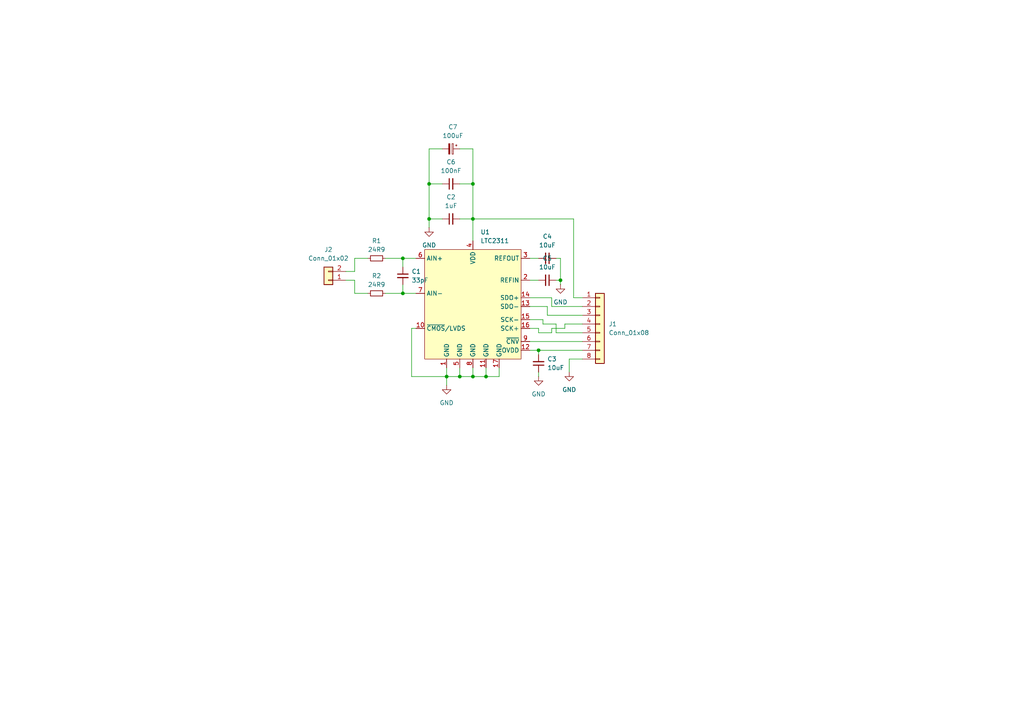
<source format=kicad_sch>
(kicad_sch (version 20231120) (generator "eeschema") (generator_version "8.0")
  (paper "A4")
  (lib_symbols
    (symbol "Connector_Generic:Conn_01x02" (pin_names (offset 1.016) hide)
      (property "Reference" "J" (at 0 2.54 0))
      (property "Value" "Conn_01x02" (at 0 -5.08 0))
      (symbol "Conn_01x02_1_1"
        (rectangle (start -1.27 -2.413) (end 0 -2.667) (stroke (width 0.1524)))
        (rectangle (start -1.27 0.127) (end 0 -0.127) (stroke (width 0.1524)))
        (rectangle (start -1.27 1.27) (end 1.27 -3.81) (stroke (width 0.254)) (fill (type background)))
        (pin passive line (at -5.08 0 0) (length 3.81) (name "Pin_1") (number "1"))
        (pin passive line (at -5.08 -2.54 0) (length 3.81) (name "Pin_2") (number "2"))
      )
    )
    (symbol "Connector_Generic:Conn_01x08" (pin_names (offset 1.016) hide)
      (property "Reference" "J" (at 0 10.16 0))
      (property "Value" "Conn_01x08" (at 0 -12.7 0))
      (symbol "Conn_01x08_1_1"
        (rectangle (start -1.27 -10.033) (end 0 -10.287) (stroke (width 0.1524)))
        (rectangle (start -1.27 -7.493) (end 0 -7.747) (stroke (width 0.1524)))
        (rectangle (start -1.27 -4.953) (end 0 -5.207) (stroke (width 0.1524)))
        (rectangle (start -1.27 -2.413) (end 0 -2.667) (stroke (width 0.1524)))
        (rectangle (start -1.27 0.127) (end 0 -0.127) (stroke (width 0.1524)))
        (rectangle (start -1.27 2.667) (end 0 2.413) (stroke (width 0.1524)))
        (rectangle (start -1.27 5.207) (end 0 4.953) (stroke (width 0.1524)))
        (rectangle (start -1.27 7.747) (end 0 7.493) (stroke (width 0.1524)))
        (rectangle (start -1.27 8.89) (end 1.27 -11.43) (stroke (width 0.254)) (fill (type background)))
        (pin passive line (at -5.08 7.62 0) (length 3.81) (name "Pin_1") (number "1"))
        (pin passive line (at -5.08 5.08 0) (length 3.81) (name "Pin_2") (number "2"))
        (pin passive line (at -5.08 2.54 0) (length 3.81) (name "Pin_3") (number "3"))
        (pin passive line (at -5.08 0 0) (length 3.81) (name "Pin_4") (number "4"))
        (pin passive line (at -5.08 -2.54 0) (length 3.81) (name "Pin_5") (number "5"))
        (pin passive line (at -5.08 -5.08 0) (length 3.81) (name "Pin_6") (number "6"))
        (pin passive line (at -5.08 -7.62 0) (length 3.81) (name "Pin_7") (number "7"))
        (pin passive line (at -5.08 -10.16 0) (length 3.81) (name "Pin_8") (number "8"))
      )
    )
    (symbol "Device:C_Polarized_Small" (pin_numbers hide) (pin_names (offset 0.254) hide)
      (property "Reference" "C" (at 0.254 1.778 0))
      (property "Value" "C_Polarized_Small" (at 0.254 -2.032 0))
      (symbol "C_Polarized_Small_0_1"
        (rectangle (start -1.524 -0.3048) (end 1.524 -0.6858) (fill (type outline)))
        (rectangle (start -1.524 0.6858) (end 1.524 0.3048))
        (polyline (pts (xy -1.27 1.524) (xy -0.762 1.524)))
        (polyline (pts (xy -1.016 1.27) (xy -1.016 1.778)))
      )
      (symbol "C_Polarized_Small_1_1"
        (pin passive line (at 0 2.54 270) (length 1.8542) (name "~") (number "1"))
        (pin passive line (at 0 -2.54 90) (length 1.8542) (name "~") (number "2"))
      )
    )
    (symbol "Device:C_Small" (pin_numbers hide) (pin_names (offset 0.254) hide)
      (property "Reference" "C" (at 0.254 1.778 0))
      (property "Value" "C_Small" (at 0.254 -2.032 0))
      (symbol "C_Small_0_1"
        (polyline (pts (xy -1.524 -0.508) (xy 1.524 -0.508)) (stroke (width 0.3302)))
        (polyline (pts (xy -1.524 0.508) (xy 1.524 0.508)) (stroke (width 0.3048)))
      )
      (symbol "C_Small_1_1"
        (pin passive line (at 0 2.54 270) (length 2.032) (name "~") (number "1"))
        (pin passive line (at 0 -2.54 90) (length 2.032) (name "~") (number "2"))
      )
    )
    (symbol "Device:R_Small" (pin_numbers hide) (pin_names (offset 0.254) hide)
      (property "Reference" "R" (at 0.762 0.508 0))
      (property "Value" "R_Small" (at 0.762 -1.016 0))
      (symbol "R_Small_0_1"
        (rectangle (start -0.762 1.778) (end 0.762 -1.778) (stroke (width 0.2032)))
      )
      (symbol "R_Small_1_1"
        (pin passive line (at 0 2.54 270) (length 0.762) (name "~") (number "1"))
        (pin passive line (at 0 -2.54 90) (length 0.762) (name "~") (number "2"))
      )
    )
    (symbol "JRIX ADC:LTC2311-16"
      (property "Reference" "U" (at 15.748 9.906 0))
      (property "Value" "LTC2311" (at 16.002 7.62 0))
      (symbol "LTC2311-16_0_0"
        (pin power_out line (at 8.89 -11.43 90) (length 2.54) (name "GND") (number "1"))
        (pin power_out line (at 20.32 -11.43 90) (length 2.54) (name "GND") (number "11"))
        (pin power_in line (at 33.02 -6.35 180) (length 2.54) (name "OVDD") (number "12"))
        (pin bidirectional line (at 33.02 6.35 180) (length 2.54) (name "SDO-") (number "13"))
        (pin bidirectional line (at 33.02 8.89 180) (length 2.54) (name "SDO+") (number "14"))
        (pin bidirectional line (at 33.02 2.54 180) (length 2.54) (name "SCK-") (number "15"))
        (pin bidirectional line (at 33.02 0 180) (length 2.54) (name "SCK+") (number "16"))
        (pin input line (at 33.02 13.97 180) (length 2.54) (name "REFIN") (number "2"))
        (pin output line (at 33.02 20.32 180) (length 2.54) (name "REFOUT") (number "3"))
        (pin power_in line (at 16.51 25.4 270) (length 2.54) (name "VDD") (number "4"))
        (pin power_out line (at 12.7 -11.43 90) (length 2.54) (name "GND") (number "5"))
        (pin input line (at 0 20.32 0) (length 2.54) (name "AIN+") (number "6"))
        (pin input line (at 0 10.16 0) (length 2.54) (name "AIN-") (number "7"))
        (pin power_out line (at 16.51 -11.43 90) (length 2.54) (name "GND") (number "8"))
      )
      (symbol "LTC2311-16_1_0"
        (pin input line (at 0 0 0) (length 2.54) (name "~{CMOS}/LVDS") (number "10"))
        (pin power_out line (at 24.13 -11.43 90) (length 2.54) (name "GND") (number "17"))
        (pin input line (at 33.02 -3.81 180) (length 2.54) (name "~{CNV}") (number "9"))
      )
      (symbol "LTC2311-16_1_1"
        (rectangle (start 2.54 22.86) (end 30.48 -8.89) (fill (type background)))
      )
    )
    (symbol "power:GND" (power) (pin_numbers hide) (pin_names (offset 0) hide)
      (property "Value" "GND" (at 0 -3.81 0))
      (symbol "GND_0_1"
        (polyline (pts (xy 0 0) (xy 0 -1.27) (xy 1.27 -1.27) (xy 0 -2.54) (xy -1.27 -1.27) (xy 0 -1.27)))
      )
      (symbol "GND_1_1"
        (pin power_in line (at 0 0 270) (length 0) (name "~") (number "1"))
      )
    )
  )
  (junction (at 137.16 63.5))
  (junction (at 140.97 109.22))
  (junction (at 116.84 74.93))
  (junction (at 137.16 109.22))
  (junction (at 124.46 63.5))
  (junction (at 116.84 85.09))
  (junction (at 124.46 53.34))
  (junction (at 162.56 81.28))
  (junction (at 137.16 53.34))
  (junction (at 156.21 101.6))
  (junction (at 129.54 109.22))
  (junction (at 133.35 109.22))
  (wire (pts (xy 128.27 43.18) (xy 124.46 43.18)))
  (wire (pts (xy 153.67 95.25) (xy 156.21 95.25)))
  (wire (pts (xy 165.1 107.95) (xy 165.1 104.14)))
  (wire (pts (xy 161.29 81.28) (xy 162.56 81.28)))
  (wire (pts (xy 160.02 96.52) (xy 160.02 95.25)))
  (wire (pts (xy 133.35 53.34) (xy 137.16 53.34)))
  (wire (pts (xy 153.67 86.36) (xy 160.02 86.36)))
  (wire (pts (xy 137.16 63.5) (xy 166.37 63.5)))
  (wire (pts (xy 133.35 109.22) (xy 129.54 109.22)))
  (wire (pts (xy 129.54 106.68) (xy 129.54 109.22)))
  (wire (pts (xy 133.35 43.18) (xy 137.16 43.18)))
  (wire (pts (xy 128.27 63.5) (xy 124.46 63.5)))
  (wire (pts (xy 153.67 92.71) (xy 157.48 92.71)))
  (wire (pts (xy 140.97 109.22) (xy 137.16 109.22)))
  (wire (pts (xy 153.67 88.9) (xy 158.75 88.9)))
  (wire (pts (xy 111.76 85.09) (xy 116.84 85.09)))
  (wire (pts (xy 163.83 93.98) (xy 168.91 93.98)))
  (wire (pts (xy 100.33 81.28) (xy 102.87 81.28)))
  (wire (pts (xy 156.21 95.25) (xy 156.21 96.52)))
  (wire (pts (xy 137.16 106.68) (xy 137.16 109.22)))
  (wire (pts (xy 160.02 88.9) (xy 168.91 88.9)))
  (wire (pts (xy 161.29 74.93) (xy 162.56 74.93)))
  (wire (pts (xy 100.33 78.74) (xy 102.87 78.74)))
  (wire (pts (xy 102.87 81.28) (xy 102.87 85.09)))
  (wire (pts (xy 128.27 53.34) (xy 124.46 53.34)))
  (wire (pts (xy 111.76 74.93) (xy 116.84 74.93)))
  (wire (pts (xy 124.46 63.5) (xy 124.46 66.04)))
  (wire (pts (xy 153.67 99.06) (xy 168.91 99.06)))
  (wire (pts (xy 161.29 93.98) (xy 161.29 96.52)))
  (wire (pts (xy 137.16 43.18) (xy 137.16 53.34)))
  (wire (pts (xy 116.84 77.47) (xy 116.84 74.93)))
  (wire (pts (xy 137.16 63.5) (xy 133.35 63.5)))
  (wire (pts (xy 157.48 93.98) (xy 161.29 93.98)))
  (wire (pts (xy 153.67 74.93) (xy 156.21 74.93)))
  (wire (pts (xy 158.75 91.44) (xy 168.91 91.44)))
  (wire (pts (xy 165.1 104.14) (xy 168.91 104.14)))
  (wire (pts (xy 160.02 86.36) (xy 160.02 88.9)))
  (wire (pts (xy 102.87 74.93) (xy 106.68 74.93)))
  (wire (pts (xy 102.87 78.74) (xy 102.87 74.93)))
  (wire (pts (xy 116.84 85.09) (xy 120.65 85.09)))
  (wire (pts (xy 144.78 106.68) (xy 144.78 109.22)))
  (wire (pts (xy 137.16 69.85) (xy 137.16 63.5)))
  (wire (pts (xy 166.37 63.5) (xy 166.37 86.36)))
  (wire (pts (xy 158.75 88.9) (xy 158.75 91.44)))
  (wire (pts (xy 133.35 106.68) (xy 133.35 109.22)))
  (wire (pts (xy 116.84 82.55) (xy 116.84 85.09)))
  (wire (pts (xy 162.56 74.93) (xy 162.56 81.28)))
  (wire (pts (xy 129.54 109.22) (xy 129.54 111.76)))
  (wire (pts (xy 116.84 74.93) (xy 120.65 74.93)))
  (wire (pts (xy 102.87 85.09) (xy 106.68 85.09)))
  (wire (pts (xy 137.16 53.34) (xy 137.16 63.5)))
  (wire (pts (xy 120.65 95.25) (xy 119.38 95.25)))
  (wire (pts (xy 156.21 101.6) (xy 156.21 102.87)))
  (wire (pts (xy 153.67 101.6) (xy 156.21 101.6)))
  (wire (pts (xy 119.38 109.22) (xy 129.54 109.22)))
  (wire (pts (xy 140.97 106.68) (xy 140.97 109.22)))
  (wire (pts (xy 119.38 95.25) (xy 119.38 109.22)))
  (wire (pts (xy 137.16 109.22) (xy 133.35 109.22)))
  (wire (pts (xy 166.37 86.36) (xy 168.91 86.36)))
  (wire (pts (xy 156.21 96.52) (xy 160.02 96.52)))
  (wire (pts (xy 144.78 109.22) (xy 140.97 109.22)))
  (wire (pts (xy 124.46 43.18) (xy 124.46 53.34)))
  (wire (pts (xy 162.56 81.28) (xy 162.56 82.55)))
  (wire (pts (xy 160.02 95.25) (xy 163.83 95.25)))
  (wire (pts (xy 157.48 92.71) (xy 157.48 93.98)))
  (wire (pts (xy 156.21 101.6) (xy 168.91 101.6)))
  (wire (pts (xy 156.21 107.95) (xy 156.21 109.22)))
  (wire (pts (xy 153.67 81.28) (xy 156.21 81.28)))
  (wire (pts (xy 163.83 95.25) (xy 163.83 93.98)))
  (wire (pts (xy 161.29 96.52) (xy 168.91 96.52)))
  (wire (pts (xy 124.46 53.34) (xy 124.46 63.5)))
  (symbol (lib_id "JRIX ADC:LTC2311-16") (at 120.65 95.25 0) (unit 1)
    (property "Reference" "U1" (at 139.3541 67.31 0) (effects (justify left)))
    (property "Value" "LTC2311" (at 139.3541 69.85 0) (effects (justify left)))
    (property "Footprint" "Package_SO:MSOP-16-1EP_3x4mm_P0.5mm_EP1.65x2.85mm_ThermalVias" (effects (hide yes)))
    (property "Datasheet" "https://www.mouser.dk/datasheet/2/609/ltc2311_16-2955904.pdf" (effects (hide yes)))
    (property "Description" "16-Bit, 5Msps Differential Input ADC with Wide Input Common Mode Range" (effects (hide yes)))
  )
  (symbol (lib_id "power:GND") (at 124.46 66.04 0) (unit 1)
    (property "Reference" "#PWR02" (effects (hide yes)))
    (property "Value" "GND" (at 124.46 71.12 0))
    (property "Description" "Power symbol creates a global label with name \"GND\" , ground" (effects (hide yes)))
  )
  (symbol (lib_id "Device:C_Small") (at 158.75 74.93 270) (unit 1)
    (property "Reference" "C4" (at 158.7436 68.58 90))
    (property "Value" "10uF" (at 158.7436 71.12 90))
    (property "Footprint" "Capacitor_SMD:C_1206_3216Metric_Pad1.33x1.80mm_HandSolder" (effects (hide yes)))
    (property "Description" "Unpolarized capacitor, small symbol" (effects (hide yes)))
  )
  (symbol (lib_id "Connector_Generic:Conn_01x02") (at 95.25 81.28 180) (unit 1)
    (property "Reference" "J2" (at 95.25 72.39 0))
    (property "Value" "Conn_01x02" (at 95.25 74.93 0))
    (property "Footprint" "Connector_PinHeader_2.54mm:PinHeader_1x02_P2.54mm_Vertical" (effects (hide yes)))
    (property "Description" "Generic connector, single row, 01x02, script generated (kicad-library-utils/schlib/autogen/connector/)" (effects (hide yes)))
  )
  (symbol (lib_id "power:GND") (at 156.21 109.22 0) (unit 1)
    (property "Reference" "#PWR04" (effects (hide yes)))
    (property "Value" "GND" (at 156.21 114.3 0))
    (property "Description" "Power symbol creates a global label with name \"GND\" , ground" (effects (hide yes)))
  )
  (symbol (lib_id "power:GND") (at 165.1 107.95 0) (unit 1)
    (property "Reference" "#PWR03" (effects (hide yes)))
    (property "Value" "GND" (at 165.1 113.03 0))
    (property "Description" "Power symbol creates a global label with name \"GND\" , ground" (effects (hide yes)))
  )
  (symbol (lib_id "Device:C_Small") (at 130.81 53.34 90) (unit 1)
    (property "Reference" "C6" (at 130.8163 46.99 90))
    (property "Value" "100nF" (at 130.8163 49.53 90))
    (property "Footprint" "Capacitor_SMD:C_0805_2012Metric_Pad1.18x1.45mm_HandSolder" (effects (hide yes)))
    (property "Description" "Unpolarized capacitor, small symbol" (effects (hide yes)))
  )
  (symbol (lib_id "Device:C_Small") (at 156.21 105.41 180) (unit 1)
    (property "Reference" "C3" (at 158.75 104.1335 0) (effects (justify right)))
    (property "Value" "10uF" (at 158.75 106.6735 0) (effects (justify right)))
    (property "Footprint" "Capacitor_SMD:C_1206_3216Metric_Pad1.33x1.80mm_HandSolder" (effects (hide yes)))
    (property "Description" "Unpolarized capacitor, small symbol" (effects (hide yes)))
  )
  (symbol (lib_id "Device:C_Small") (at 116.84 80.01 0) (unit 1)
    (property "Reference" "C1" (at 119.38 78.7462 0) (effects (justify left)))
    (property "Value" "33pF" (at 119.38 81.2862 0) (effects (justify left)))
    (property "Footprint" "Capacitor_SMD:C_0805_2012Metric_Pad1.18x1.45mm_HandSolder" (effects (hide yes)))
    (property "Description" "Unpolarized capacitor, small symbol" (effects (hide yes)))
  )
  (symbol (lib_id "power:GND") (at 162.56 82.55 0) (unit 1)
    (property "Reference" "#PWR05" (effects (hide yes)))
    (property "Value" "GND" (at 162.56 87.63 0))
    (property "Description" "Power symbol creates a global label with name \"GND\" , ground" (effects (hide yes)))
  )
  (symbol (lib_id "Device:C_Polarized_Small") (at 130.81 43.18 270) (unit 1)
    (property "Reference" "C7" (at 131.3561 36.83 90))
    (property "Value" "100uF" (at 131.3561 39.37 90))
    (property "Footprint" "Capacitor_THT:CP_Radial_D6.3mm_P2.50mm" (effects (hide yes)))
    (property "Description" "Polarized capacitor, small symbol" (effects (hide yes)))
  )
  (symbol (lib_id "Device:R_Small") (at 109.22 74.93 90) (unit 1)
    (property "Reference" "R1" (at 109.22 69.85 90))
    (property "Value" "24R9" (at 109.22 72.39 90))
    (property "Footprint" "Resistor_SMD:R_0805_2012Metric_Pad1.20x1.40mm_HandSolder" (effects (hide yes)))
    (property "Description" "Resistor, small symbol" (effects (hide yes)))
  )
  (symbol (lib_id "power:GND") (at 129.54 111.76 0) (unit 1)
    (property "Reference" "#PWR01" (effects (hide yes)))
    (property "Value" "GND" (at 129.54 116.84 0))
    (property "Description" "Power symbol creates a global label with name \"GND\" , ground" (effects (hide yes)))
  )
  (symbol (lib_id "Device:R_Small") (at 109.22 85.09 90) (unit 1)
    (property "Reference" "R2" (at 109.22 80.01 90))
    (property "Value" "24R9" (at 109.22 82.55 90))
    (property "Footprint" "Resistor_SMD:R_0805_2012Metric_Pad1.20x1.40mm_HandSolder" (effects (hide yes)))
    (property "Description" "Resistor, small symbol" (effects (hide yes)))
  )
  (symbol (lib_id "Device:C_Small") (at 158.75 81.28 270) (unit 1)
    (property "Reference" "C5" (at 158.7436 74.93 90))
    (property "Value" "10uF" (at 158.7436 77.47 90))
    (property "Footprint" "Capacitor_SMD:C_1206_3216Metric_Pad1.33x1.80mm_HandSolder" (effects (hide yes)))
    (property "Description" "Unpolarized capacitor, small symbol" (effects (hide yes)))
  )
  (symbol (lib_id "Connector_Generic:Conn_01x08") (at 173.99 93.98 0) (unit 1)
    (property "Reference" "J1" (at 176.53 93.9799 0) (effects (justify left)))
    (property "Value" "Conn_01x08" (at 176.53 96.5199 0) (effects (justify left)))
    (property "Footprint" "Connector_PinHeader_2.54mm:PinHeader_1x08_P2.54mm_Vertical" (effects (hide yes)))
    (property "Description" "Generic connector, single row, 01x08, script generated (kicad-library-utils/schlib/autogen/connector/)" (effects (hide yes)))
  )
  (symbol (lib_id "Device:C_Small") (at 130.81 63.5 90) (unit 1)
    (property "Reference" "C2" (at 130.8163 57.15 90))
    (property "Value" "1uF" (at 130.8163 59.69 90))
    (property "Footprint" "Capacitor_SMD:C_0805_2012Metric_Pad1.18x1.45mm_HandSolder" (effects (hide yes)))
    (property "Description" "Unpolarized capacitor, small symbol" (effects (hide yes)))
  )
)
</source>
